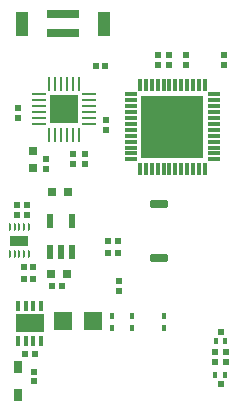
<source format=gtp>
G04*
G04 #@! TF.GenerationSoftware,Altium Limited,Altium Designer,20.0.2 (26)*
G04*
G04 Layer_Color=8421504*
%FSLAX44Y44*%
%MOMM*%
G71*
G01*
G75*
G04:AMPARAMS|DCode=19|XSize=0.7mm|YSize=0.22mm|CornerRadius=0.0605mm|HoleSize=0mm|Usage=FLASHONLY|Rotation=270.000|XOffset=0mm|YOffset=0mm|HoleType=Round|Shape=RoundedRectangle|*
%AMROUNDEDRECTD19*
21,1,0.7000,0.0990,0,0,270.0*
21,1,0.5790,0.2200,0,0,270.0*
1,1,0.1210,-0.0495,-0.2895*
1,1,0.1210,-0.0495,0.2895*
1,1,0.1210,0.0495,0.2895*
1,1,0.1210,0.0495,-0.2895*
%
%ADD19ROUNDEDRECTD19*%
%ADD20R,1.5000X0.9000*%
%ADD21R,0.5500X0.5300*%
%ADD22R,0.6000X1.1500*%
%ADD23R,0.7000X1.0750*%
%ADD24R,2.4300X2.4300*%
%ADD25R,1.1940X0.2500*%
%ADD26R,0.2500X1.1940*%
%ADD27R,1.1938X0.2500*%
%ADD28R,0.3500X1.0000*%
%ADD29R,1.0000X0.3500*%
%ADD30R,5.3000X5.3000*%
%ADD31R,1.5000X1.5000*%
%ADD32R,0.3000X0.5000*%
G04:AMPARAMS|DCode=33|XSize=1.6mm|YSize=0.7mm|CornerRadius=0.175mm|HoleSize=0mm|Usage=FLASHONLY|Rotation=180.000|XOffset=0mm|YOffset=0mm|HoleType=Round|Shape=RoundedRectangle|*
%AMROUNDEDRECTD33*
21,1,1.6000,0.3500,0,0,180.0*
21,1,1.2500,0.7000,0,0,180.0*
1,1,0.3500,-0.6250,0.1750*
1,1,0.3500,0.6250,0.1750*
1,1,0.3500,0.6250,-0.1750*
1,1,0.3500,-0.6250,-0.1750*
%
%ADD33ROUNDEDRECTD33*%
%ADD34R,0.5300X0.5500*%
%ADD35R,0.5500X0.5300*%
%ADD36R,0.5300X0.5500*%
%ADD37R,1.0000X2.0000*%
%ADD38R,2.8000X0.8000*%
%ADD39R,0.3500X0.8500*%
%ADD40R,2.4000X1.6500*%
%ADD41R,0.3700X0.5000*%
%ADD42R,0.4700X0.5000*%
%ADD43R,0.7620X0.7620*%
G36*
X154546Y223470D02*
X131265D01*
Y246751D01*
X154546D01*
Y223470D01*
D02*
G37*
D19*
X21208Y127475D02*
D03*
X5208Y149893D02*
D03*
X9208D02*
D03*
X13208D02*
D03*
X17208D02*
D03*
X21208D02*
D03*
X17208Y127475D02*
D03*
X13208D02*
D03*
X9208D02*
D03*
X5208D02*
D03*
D20*
X13208Y138811D02*
D03*
D21*
X97014Y138387D02*
D03*
X88634D02*
D03*
X88652Y128339D02*
D03*
X97032D02*
D03*
X26542Y42926D02*
D03*
X18162D02*
D03*
X11304Y160782D02*
D03*
X19684D02*
D03*
Y168910D02*
D03*
X11304D02*
D03*
X25272Y106172D02*
D03*
X16892D02*
D03*
Y116332D02*
D03*
X25272D02*
D03*
D22*
X39268Y128986D02*
D03*
X48768D02*
D03*
X58268D02*
D03*
Y154986D02*
D03*
X39268D02*
D03*
D23*
X12246Y31432D02*
D03*
Y8192D02*
D03*
D24*
X51000Y249990D02*
D03*
D25*
X29530Y237490D02*
D03*
Y242490D02*
D03*
Y247490D02*
D03*
Y252490D02*
D03*
Y257490D02*
D03*
Y262490D02*
D03*
X72470Y257490D02*
D03*
Y252490D02*
D03*
Y247490D02*
D03*
Y242490D02*
D03*
Y237490D02*
D03*
D26*
X38500Y271460D02*
D03*
X43500D02*
D03*
X48500D02*
D03*
X53500D02*
D03*
X58500D02*
D03*
X63500D02*
D03*
Y228520D02*
D03*
X58500D02*
D03*
X53500D02*
D03*
X48500D02*
D03*
X43500D02*
D03*
X38500D02*
D03*
D27*
X72471Y262490D02*
D03*
D28*
X170426Y270490D02*
D03*
X165426D02*
D03*
X160426D02*
D03*
X155426D02*
D03*
X150426D02*
D03*
X145426D02*
D03*
X140426D02*
D03*
X135426D02*
D03*
X130426D02*
D03*
X125426D02*
D03*
X120426D02*
D03*
X115426D02*
D03*
Y199690D02*
D03*
X120426D02*
D03*
X125426D02*
D03*
X130426D02*
D03*
X135426D02*
D03*
X140426D02*
D03*
X145426D02*
D03*
X150426D02*
D03*
X155426D02*
D03*
X160426D02*
D03*
X165426D02*
D03*
X170426D02*
D03*
D29*
X107526Y262590D02*
D03*
Y257590D02*
D03*
Y252590D02*
D03*
Y247590D02*
D03*
Y242590D02*
D03*
Y237590D02*
D03*
Y232590D02*
D03*
Y227590D02*
D03*
Y222590D02*
D03*
Y217590D02*
D03*
Y212590D02*
D03*
Y207590D02*
D03*
X178326D02*
D03*
Y212590D02*
D03*
Y217590D02*
D03*
Y222590D02*
D03*
Y227590D02*
D03*
Y232590D02*
D03*
Y237590D02*
D03*
Y242590D02*
D03*
Y247590D02*
D03*
Y252590D02*
D03*
Y257590D02*
D03*
Y262590D02*
D03*
D30*
X142926Y235090D02*
D03*
D31*
X49911Y70536D02*
D03*
X75311D02*
D03*
D32*
X108458Y64850D02*
D03*
Y74850D02*
D03*
X91440Y64850D02*
D03*
Y74850D02*
D03*
X135890Y64850D02*
D03*
Y74850D02*
D03*
D33*
X131572Y123952D02*
D03*
Y170180D02*
D03*
D34*
X25971Y27881D02*
D03*
Y19501D02*
D03*
X154610Y296137D02*
D03*
Y287757D02*
D03*
X186262D02*
D03*
Y296137D02*
D03*
X12116Y242444D02*
D03*
Y250824D02*
D03*
X130480Y287556D02*
D03*
Y295936D02*
D03*
X68718Y203558D02*
D03*
Y211938D02*
D03*
X86948Y240597D02*
D03*
Y232217D02*
D03*
D35*
X40768Y100330D02*
D03*
X49148D02*
D03*
X77852Y287020D02*
D03*
X86232D02*
D03*
D36*
X98044Y104902D02*
D03*
Y96522D02*
D03*
X178718Y36160D02*
D03*
Y44540D02*
D03*
X188573D02*
D03*
Y36160D02*
D03*
X140132Y287656D02*
D03*
Y296036D02*
D03*
X58500Y211938D02*
D03*
Y203558D02*
D03*
X35560Y207898D02*
D03*
Y199518D02*
D03*
D37*
X15292Y322326D02*
D03*
X85292Y322580D02*
D03*
D38*
X50292Y330730D02*
D03*
Y314430D02*
D03*
D39*
X12243Y83586D02*
D03*
X31743Y54086D02*
D03*
X25243D02*
D03*
X12243D02*
D03*
X18743D02*
D03*
Y83586D02*
D03*
X25243D02*
D03*
X31743D02*
D03*
D40*
X21993Y68836D02*
D03*
D41*
X179301Y25013D02*
D03*
X187676D02*
D03*
Y53398D02*
D03*
X179676D02*
D03*
D42*
X183676Y17013D02*
D03*
Y61398D02*
D03*
D43*
X53406Y110236D02*
D03*
X40066D02*
D03*
X41082Y180162D02*
D03*
X54422D02*
D03*
X24689Y199970D02*
D03*
Y214710D02*
D03*
M02*

</source>
